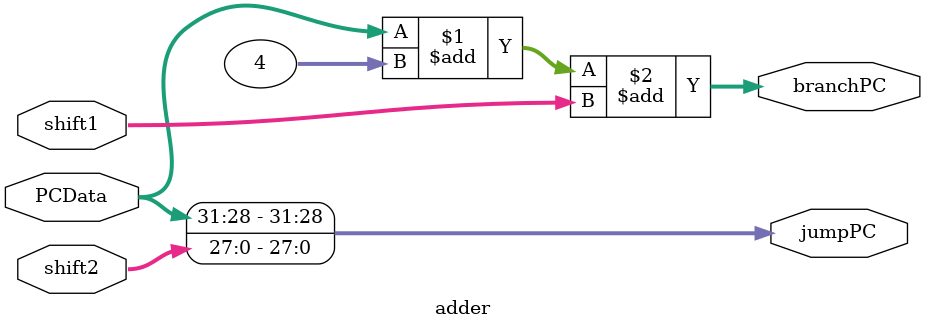
<source format=v>
`timescale 1ns / 1ps


module adder(
    input [31:0] shift1,
    input [31:0] shift2,
    input [31:0] PCData,
    output wire  [31:0] branchPC,
    output wire  [31:0] jumpPC
    );
    assign branchPC=PCData+4+shift1;
    assign jumpPC={PCData[31:28],shift2[27:0]};
endmodule

</source>
